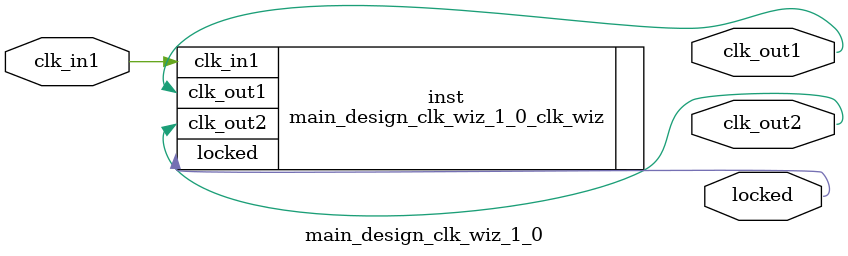
<source format=v>


`timescale 1ps/1ps

(* CORE_GENERATION_INFO = "main_design_clk_wiz_1_0,clk_wiz_v6_0_6_0_0,{component_name=main_design_clk_wiz_1_0,use_phase_alignment=true,use_min_o_jitter=false,use_max_i_jitter=false,use_dyn_phase_shift=false,use_inclk_switchover=false,use_dyn_reconfig=false,enable_axi=0,feedback_source=FDBK_AUTO,PRIMITIVE=MMCM,num_out_clk=2,clkin1_period=8.000,clkin2_period=10.000,use_power_down=false,use_reset=false,use_locked=true,use_inclk_stopped=false,feedback_type=SINGLE,CLOCK_MGR_TYPE=NA,manual_override=false}" *)

module main_design_clk_wiz_1_0 
 (
  // Clock out ports
  output        clk_out1,
  output        clk_out2,
  // Status and control signals
  output        locked,
 // Clock in ports
  input         clk_in1
 );

  main_design_clk_wiz_1_0_clk_wiz inst
  (
  // Clock out ports  
  .clk_out1(clk_out1),
  .clk_out2(clk_out2),
  // Status and control signals               
  .locked(locked),
 // Clock in ports
  .clk_in1(clk_in1)
  );

endmodule

</source>
